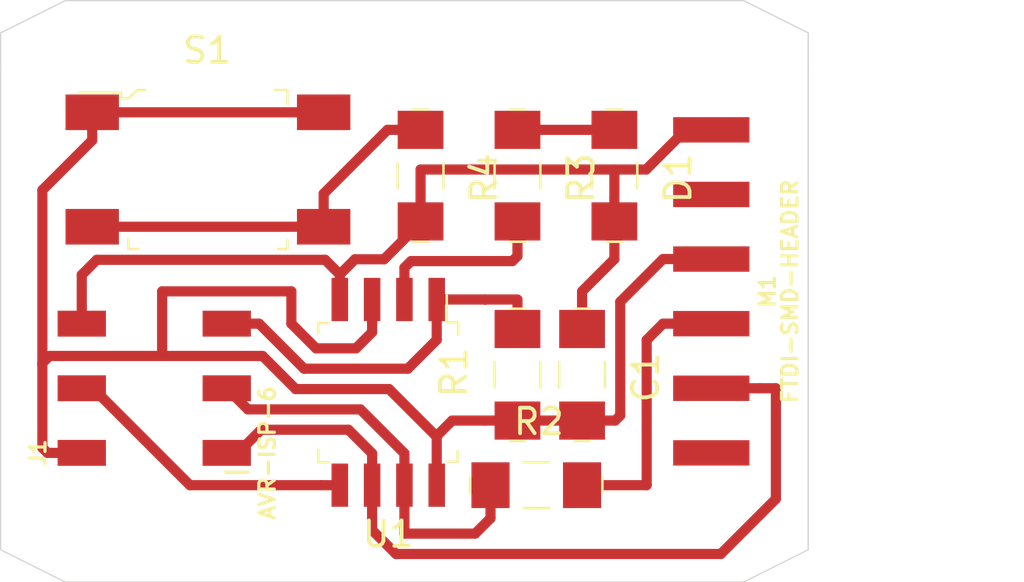
<source format=kicad_pcb>
(kicad_pcb (version 20171130) (host pcbnew "(5.1.5-0-10_14)")

  (general
    (thickness 1.6)
    (drawings 10)
    (tracks 103)
    (zones 0)
    (modules 10)
    (nets 13)
  )

  (page A4)
  (layers
    (0 F.Cu signal)
    (31 B.Cu signal hide)
    (32 B.Adhes user hide)
    (33 F.Adhes user hide)
    (34 B.Paste user hide)
    (35 F.Paste user hide)
    (36 B.SilkS user hide)
    (37 F.SilkS user)
    (38 B.Mask user hide)
    (39 F.Mask user hide)
    (40 Dwgs.User user hide)
    (41 Cmts.User user hide)
    (42 Eco1.User user hide)
    (43 Eco2.User user hide)
    (44 Edge.Cuts user)
    (45 Margin user hide)
    (46 B.CrtYd user hide)
    (47 F.CrtYd user hide)
    (48 B.Fab user hide)
    (49 F.Fab user hide)
  )

  (setup
    (last_trace_width 0.4)
    (user_trace_width 0.4)
    (trace_clearance 0.4)
    (zone_clearance 0.508)
    (zone_45_only no)
    (trace_min 0.2)
    (via_size 0.8)
    (via_drill 0.4)
    (via_min_size 0.4)
    (via_min_drill 0.3)
    (uvia_size 0.3)
    (uvia_drill 0.1)
    (uvias_allowed no)
    (uvia_min_size 0.2)
    (uvia_min_drill 0.1)
    (edge_width 0.05)
    (segment_width 0.2)
    (pcb_text_width 0.3)
    (pcb_text_size 1.5 1.5)
    (mod_edge_width 0.12)
    (mod_text_size 1 1)
    (mod_text_width 0.15)
    (pad_size 1.524 1.524)
    (pad_drill 0.762)
    (pad_to_mask_clearance 0.051)
    (solder_mask_min_width 0.25)
    (aux_axis_origin 0 0)
    (visible_elements FFFFFF7F)
    (pcbplotparams
      (layerselection 0x01000_7fffffff)
      (usegerberextensions false)
      (usegerberattributes false)
      (usegerberadvancedattributes false)
      (creategerberjobfile false)
      (excludeedgelayer true)
      (linewidth 0.100000)
      (plotframeref false)
      (viasonmask false)
      (mode 1)
      (useauxorigin false)
      (hpglpennumber 1)
      (hpglpenspeed 20)
      (hpglpendiameter 15.000000)
      (psnegative false)
      (psa4output false)
      (plotreference true)
      (plotvalue true)
      (plotinvisibletext false)
      (padsonsilk false)
      (subtractmaskfromsilk false)
      (outputformat 5)
      (mirror false)
      (drillshape 0)
      (scaleselection 1)
      (outputdirectory ""))
  )

  (net 0 "")
  (net 1 GND)
  (net 2 VCC)
  (net 3 /MISO-RX)
  (net 4 /SCK)
  (net 5 /MOSI)
  (net 6 /RST)
  (net 7 /TX)
  (net 8 "Net-(M1-Pad1)")
  (net 9 "Net-(M1-Pad5)")
  (net 10 "Net-(D1-Pad1)")
  (net 11 "Net-(R3-Pad2)")
  (net 12 "Net-(R4-Pad1)")

  (net_class Default "This is the default net class."
    (clearance 0.4)
    (trace_width 0.25)
    (via_dia 0.8)
    (via_drill 0.4)
    (uvia_dia 0.3)
    (uvia_drill 0.1)
    (add_net /MISO-RX)
    (add_net /MOSI)
    (add_net /RST)
    (add_net /SCK)
    (add_net /TX)
    (add_net GND)
    (add_net "Net-(D1-Pad1)")
    (add_net "Net-(M1-Pad1)")
    (add_net "Net-(M1-Pad5)")
    (add_net "Net-(R3-Pad2)")
    (add_net "Net-(R4-Pad1)")
    (add_net VCC)
  )

  (module Connectors:6_PIN_SERIAL_TARGET_SIDE_RA_SMT (layer F.Cu) (tedit 200000) (tstamp 5E6242DA)
    (at 223.43872 118.11 90)
    (descr "6 PIN SERIAL TARGET - RIGHT ANGLE  SMT")
    (tags "6 PIN SERIAL TARGET - RIGHT ANGLE  SMT")
    (path /5E62D76F)
    (attr smd)
    (fp_text reference M1 (at 0 -2.794 90) (layer F.SilkS)
      (effects (font (size 0.6096 0.6096) (thickness 0.127)))
    )
    (fp_text value FTDI-SMD-HEADER (at 0 -1.905 90) (layer F.SilkS)
      (effects (font (size 0.6096 0.6096) (thickness 0.127)))
    )
    (fp_line (start 7.62 -1.24968) (end -7.62 -1.24968) (layer Dwgs.User) (width 0.127))
    (fp_line (start -7.62 -1.24968) (end -7.62 1.24968) (layer Dwgs.User) (width 0.127))
    (fp_line (start -7.62 1.24968) (end -6.35 1.24968) (layer Dwgs.User) (width 0.127))
    (fp_line (start -6.35 1.24968) (end -3.81 1.24968) (layer Dwgs.User) (width 0.127))
    (fp_line (start -3.81 1.24968) (end -1.27 1.24968) (layer Dwgs.User) (width 0.127))
    (fp_line (start -1.27 1.24968) (end 1.27 1.24968) (layer Dwgs.User) (width 0.127))
    (fp_line (start 1.27 1.24968) (end 3.81 1.24968) (layer Dwgs.User) (width 0.127))
    (fp_line (start 3.81 1.24968) (end 6.35 1.24968) (layer Dwgs.User) (width 0.127))
    (fp_line (start 6.35 1.24968) (end 7.62 1.24968) (layer Dwgs.User) (width 0.127))
    (fp_line (start 7.62 1.24968) (end 7.62 -1.24968) (layer Dwgs.User) (width 0.127))
    (fp_line (start 6.35 1.24968) (end 6.35 7.24916) (layer Dwgs.User) (width 0.127))
    (fp_line (start 3.81 1.24968) (end 3.81 7.24916) (layer Dwgs.User) (width 0.127))
    (fp_line (start 1.27 1.24968) (end 1.27 7.24916) (layer Dwgs.User) (width 0.127))
    (fp_line (start -1.27 1.24968) (end -1.27 7.24916) (layer Dwgs.User) (width 0.127))
    (fp_line (start -3.81 1.24968) (end -3.81 7.24916) (layer Dwgs.User) (width 0.127))
    (fp_line (start -6.35 1.24968) (end -6.35 7.24916) (layer Dwgs.User) (width 0.127))
    (fp_text user TXO (at -4.2164 -0.2032) (layer Dwgs.User)
      (effects (font (size 0.8128 0.8128) (thickness 0.127)))
    )
    (fp_text user RXI (at -1.6764 -0.2032) (layer Dwgs.User)
      (effects (font (size 0.8128 0.8128) (thickness 0.127)))
    )
    (fp_text user VCC (at 0.8636 0) (layer Dwgs.User)
      (effects (font (size 0.8128 0.8128) (thickness 0.127)))
    )
    (fp_text user DTR (at -6.7564 -0.2032) (layer Dwgs.User)
      (effects (font (size 0.8128 0.8128) (thickness 0.127)))
    )
    (fp_text user GND (at 5.9436 -0.2032) (layer Dwgs.User)
      (effects (font (size 0.8128 0.8128) (thickness 0.127)))
    )
    (fp_text user CTS (at 3.4036 -0.2032) (layer Dwgs.User)
      (effects (font (size 0.8128 0.8128) (thickness 0.127)))
    )
    (fp_text user GRN (at -6.985 2.54) (layer Dwgs.User)
      (effects (font (size 0.8128 0.8128) (thickness 0.127)))
    )
    (fp_text user BLK (at 7.112 2.54) (layer Dwgs.User)
      (effects (font (size 0.8128 0.8128) (thickness 0.127)))
    )
    (pad 1 smd rect (at -6.35 -4.99872 180) (size 2.99974 0.99822) (layers F.Cu F.Paste F.Mask)
      (net 8 "Net-(M1-Pad1)") (solder_mask_margin 0.1016))
    (pad 2 smd rect (at -3.81 -4.99872 180) (size 2.99974 0.99822) (layers F.Cu F.Paste F.Mask)
      (net 3 /MISO-RX) (solder_mask_margin 0.1016))
    (pad 3 smd rect (at -1.27 -4.99872 180) (size 2.99974 0.99822) (layers F.Cu F.Paste F.Mask)
      (net 7 /TX) (solder_mask_margin 0.1016))
    (pad 4 smd rect (at 1.27 -4.99872 180) (size 2.99974 0.99822) (layers F.Cu F.Paste F.Mask)
      (net 2 VCC) (solder_mask_margin 0.1016))
    (pad 5 smd rect (at 3.81 -4.99872 180) (size 2.99974 0.99822) (layers F.Cu F.Paste F.Mask)
      (net 9 "Net-(M1-Pad5)") (solder_mask_margin 0.1016))
    (pad 6 smd rect (at 6.35 -4.99872 180) (size 2.99974 0.99822) (layers F.Cu F.Paste F.Mask)
      (net 1 GND) (solder_mask_margin 0.1016))
    (pad "" np_thru_hole circle (at -5.08 0 90) (size 1.39954 1.39954) (drill 1.39954) (layers *.Cu *.Mask)
      (solder_mask_margin 0.1016))
    (pad "" np_thru_hole circle (at 5.08 0 90) (size 1.39954 1.39954) (drill 1.39954) (layers *.Cu *.Mask)
      (solder_mask_margin 0.1016))
  )

  (module digikey-footprints:1206 (layer F.Cu) (tedit 5D288D46) (tstamp 5E634E6B)
    (at 214.63 113.56 270)
    (descr http://media.digikey.com/pdf/Data%20Sheets/Lite-On%20PDFs/LTST-C230KFKT_5-24-06.pdf)
    (path /5E64ED2B)
    (attr smd)
    (fp_text reference D1 (at 0.1 -2.5 90) (layer F.SilkS)
      (effects (font (size 1 1) (thickness 0.15)))
    )
    (fp_text value LTST-C191TBKT (at 0 2.6 90) (layer F.Fab)
      (effects (font (size 1 1) (thickness 0.15)))
    )
    (fp_line (start 2.6 -0.3) (end 2.6 0.3) (layer F.SilkS) (width 0.1))
    (fp_line (start -2.6 -0.3) (end -2.6 0.3) (layer F.SilkS) (width 0.1))
    (fp_line (start 0 0.9) (end -0.5 0.9) (layer F.SilkS) (width 0.1))
    (fp_line (start 0 0.9) (end 0.5 0.9) (layer F.SilkS) (width 0.1))
    (fp_line (start 0 -0.9) (end -0.5 -0.9) (layer F.SilkS) (width 0.1))
    (fp_line (start 0 -0.9) (end 0.5 -0.9) (layer F.SilkS) (width 0.1))
    (fp_text user %R (at 0 0 90) (layer F.Fab)
      (effects (font (size 1 1) (thickness 0.15)))
    )
    (fp_line (start 2.8 1.15) (end 2.8 -1.15) (layer F.CrtYd) (width 0.05))
    (fp_line (start 2.8 -1.15) (end -2.8 -1.15) (layer F.CrtYd) (width 0.05))
    (fp_line (start -2.8 -1.15) (end -2.8 1.15) (layer F.CrtYd) (width 0.05))
    (fp_line (start -2.8 1.15) (end 2.8 1.15) (layer F.CrtYd) (width 0.05))
    (fp_line (start -1.6 -0.8) (end -1.6 0.8) (layer F.Fab) (width 0.1))
    (fp_line (start 1.6 -0.8) (end 1.6 0.8) (layer F.Fab) (width 0.1))
    (fp_line (start -1.6 -0.8) (end 1.6 -0.8) (layer F.Fab) (width 0.1))
    (fp_line (start -1.6 0.8) (end 1.6 0.8) (layer F.Fab) (width 0.1))
    (pad 1 smd rect (at -1.8 0 270) (size 1.5 1.8) (layers F.Cu F.Paste F.Mask)
      (net 10 "Net-(D1-Pad1)"))
    (pad 2 smd rect (at 1.8 0 270) (size 1.5 1.8) (layers F.Cu F.Paste F.Mask)
      (net 1 GND))
  )

  (module Connectors:2X3_SMD (layer F.Cu) (tedit 200000) (tstamp 5E623205)
    (at 196.54012 121.92 90)
    (descr "SURFACE MOUNT - 2X3")
    (tags "SURFACE MOUNT - 2X3")
    (path /5E62487F)
    (attr smd)
    (fp_text reference J1 (at -2.54 -4.572 90) (layer F.SilkS)
      (effects (font (size 0.6096 0.6096) (thickness 0.127)))
    )
    (fp_text value AVR-ISP-6 (at -2.54 4.445 90) (layer F.SilkS)
      (effects (font (size 0.6096 0.6096) (thickness 0.127)))
    )
    (fp_line (start -0.29972 -2.54762) (end 0.29972 -2.54762) (layer Dwgs.User) (width 0.06604))
    (fp_line (start 0.29972 -2.54762) (end 0.29972 -3.34772) (layer Dwgs.User) (width 0.06604))
    (fp_line (start -0.29972 -3.34772) (end 0.29972 -3.34772) (layer Dwgs.User) (width 0.06604))
    (fp_line (start -0.29972 -2.54762) (end -0.29972 -3.34772) (layer Dwgs.User) (width 0.06604))
    (fp_line (start -2.83972 -2.54762) (end -2.23774 -2.54762) (layer Dwgs.User) (width 0.06604))
    (fp_line (start -2.23774 -2.54762) (end -2.23774 -3.34772) (layer Dwgs.User) (width 0.06604))
    (fp_line (start -2.83972 -3.34772) (end -2.23774 -3.34772) (layer Dwgs.User) (width 0.06604))
    (fp_line (start -2.83972 -2.54762) (end -2.83972 -3.34772) (layer Dwgs.User) (width 0.06604))
    (fp_line (start 2.23774 -2.54762) (end 2.83972 -2.54762) (layer Dwgs.User) (width 0.06604))
    (fp_line (start 2.83972 -2.54762) (end 2.83972 -3.34772) (layer Dwgs.User) (width 0.06604))
    (fp_line (start 2.23774 -3.34772) (end 2.83972 -3.34772) (layer Dwgs.User) (width 0.06604))
    (fp_line (start 2.23774 -2.54762) (end 2.23774 -3.34772) (layer Dwgs.User) (width 0.06604))
    (fp_line (start -2.83972 3.34772) (end -2.23774 3.34772) (layer Dwgs.User) (width 0.06604))
    (fp_line (start -2.23774 3.34772) (end -2.23774 2.54762) (layer Dwgs.User) (width 0.06604))
    (fp_line (start -2.83972 2.54762) (end -2.23774 2.54762) (layer Dwgs.User) (width 0.06604))
    (fp_line (start -2.83972 3.34772) (end -2.83972 2.54762) (layer Dwgs.User) (width 0.06604))
    (fp_line (start -0.29972 3.34772) (end 0.29972 3.34772) (layer Dwgs.User) (width 0.06604))
    (fp_line (start 0.29972 3.34772) (end 0.29972 2.54762) (layer Dwgs.User) (width 0.06604))
    (fp_line (start -0.29972 2.54762) (end 0.29972 2.54762) (layer Dwgs.User) (width 0.06604))
    (fp_line (start -0.29972 3.34772) (end -0.29972 2.54762) (layer Dwgs.User) (width 0.06604))
    (fp_line (start 2.23774 3.34772) (end 2.83972 3.34772) (layer Dwgs.User) (width 0.06604))
    (fp_line (start 2.83972 3.34772) (end 2.83972 2.54762) (layer Dwgs.User) (width 0.06604))
    (fp_line (start 2.23774 2.54762) (end 2.83972 2.54762) (layer Dwgs.User) (width 0.06604))
    (fp_line (start 2.23774 3.34772) (end 2.23774 2.54762) (layer Dwgs.User) (width 0.06604))
    (fp_line (start -3.81 2.49936) (end -3.81 -2.49936) (layer Dwgs.User) (width 0.127))
    (fp_line (start -3.81 -2.49936) (end 3.81 -2.49936) (layer Dwgs.User) (width 0.127))
    (fp_line (start 3.81 -2.49936) (end 3.81 2.49936) (layer Dwgs.User) (width 0.127))
    (fp_line (start 3.81 2.49936) (end -3.81 2.49936) (layer Dwgs.User) (width 0.127))
    (fp_line (start -3.302 3.683) (end -3.302 2.794) (layer F.SilkS) (width 0.127))
    (fp_circle (center 0 -1.27) (end 0 -1.9685) (layer Dwgs.User) (width 0.127))
    (fp_circle (center -2.54 -1.27) (end -2.54 -1.9685) (layer Dwgs.User) (width 0.127))
    (fp_circle (center -2.54 1.27) (end -2.54 0.5715) (layer Dwgs.User) (width 0.127))
    (fp_circle (center 0 1.27) (end 0 0.5715) (layer Dwgs.User) (width 0.127))
    (fp_circle (center 2.54 1.27) (end 2.54 0.5715) (layer Dwgs.User) (width 0.127))
    (fp_circle (center 2.54 -1.27) (end 2.54 -1.9685) (layer Dwgs.User) (width 0.127))
    (pad 1 smd rect (at -2.54 2.84988 90) (size 1.01854 1.89992) (layers F.Cu F.Paste F.Mask)
      (net 3 /MISO-RX) (solder_mask_margin 0.1016))
    (pad 2 smd rect (at -2.54 -2.84988 90) (size 1.01854 1.89992) (layers F.Cu F.Paste F.Mask)
      (net 2 VCC) (solder_mask_margin 0.1016))
    (pad 3 smd rect (at 0 2.84988 90) (size 1.01854 1.89992) (layers F.Cu F.Paste F.Mask)
      (net 4 /SCK) (solder_mask_margin 0.1016))
    (pad 4 smd rect (at 0 -2.84988 90) (size 1.01854 1.89992) (layers F.Cu F.Paste F.Mask)
      (net 5 /MOSI) (solder_mask_margin 0.1016))
    (pad 5 smd rect (at 2.54 2.84988 90) (size 1.01854 1.89992) (layers F.Cu F.Paste F.Mask)
      (net 6 /RST) (solder_mask_margin 0.1016))
    (pad 6 smd rect (at 2.54 -2.84988 90) (size 1.01854 1.89992) (layers F.Cu F.Paste F.Mask)
      (net 1 GND) (solder_mask_margin 0.1016))
  )

  (module digikey-footprints:1206 (layer F.Cu) (tedit 5D288D46) (tstamp 5E639372)
    (at 213.36 121.39 270)
    (descr http://media.digikey.com/pdf/Data%20Sheets/Lite-On%20PDFs/LTST-C230KFKT_5-24-06.pdf)
    (path /5E6255AA)
    (attr smd)
    (fp_text reference C1 (at 0.1 -2.5 90) (layer F.SilkS)
      (effects (font (size 1 1) (thickness 0.15)))
    )
    (fp_text value 1uF (at 0 2.6 90) (layer F.Fab)
      (effects (font (size 1 1) (thickness 0.15)))
    )
    (fp_line (start 2.6 -0.3) (end 2.6 0.3) (layer F.SilkS) (width 0.1))
    (fp_line (start -2.6 -0.3) (end -2.6 0.3) (layer F.SilkS) (width 0.1))
    (fp_line (start 0 0.9) (end -0.5 0.9) (layer F.SilkS) (width 0.1))
    (fp_line (start 0 0.9) (end 0.5 0.9) (layer F.SilkS) (width 0.1))
    (fp_line (start 0 -0.9) (end -0.5 -0.9) (layer F.SilkS) (width 0.1))
    (fp_line (start 0 -0.9) (end 0.5 -0.9) (layer F.SilkS) (width 0.1))
    (fp_text user %R (at 0 0 90) (layer F.Fab)
      (effects (font (size 1 1) (thickness 0.15)))
    )
    (fp_line (start 2.8 1.15) (end 2.8 -1.15) (layer F.CrtYd) (width 0.05))
    (fp_line (start 2.8 -1.15) (end -2.8 -1.15) (layer F.CrtYd) (width 0.05))
    (fp_line (start -2.8 -1.15) (end -2.8 1.15) (layer F.CrtYd) (width 0.05))
    (fp_line (start -2.8 1.15) (end 2.8 1.15) (layer F.CrtYd) (width 0.05))
    (fp_line (start -1.6 -0.8) (end -1.6 0.8) (layer F.Fab) (width 0.1))
    (fp_line (start 1.6 -0.8) (end 1.6 0.8) (layer F.Fab) (width 0.1))
    (fp_line (start -1.6 -0.8) (end 1.6 -0.8) (layer F.Fab) (width 0.1))
    (fp_line (start -1.6 0.8) (end 1.6 0.8) (layer F.Fab) (width 0.1))
    (pad 1 smd rect (at -1.8 0 270) (size 1.5 1.8) (layers F.Cu F.Paste F.Mask)
      (net 1 GND))
    (pad 2 smd rect (at 1.8 0 270) (size 1.5 1.8) (layers F.Cu F.Paste F.Mask)
      (net 2 VCC))
  )

  (module digikey-footprints:Switch_Tactile_SMD_6x6mm (layer F.Cu) (tedit 5D28A6E0) (tstamp 5E639386)
    (at 198.65 113.32)
    (path /5E648826)
    (attr smd)
    (fp_text reference S1 (at -0.03 -4.69) (layer F.SilkS)
      (effects (font (size 1 1) (thickness 0.15)))
    )
    (fp_text value B3F-1000 (at 0 5.08) (layer F.Fab)
      (effects (font (size 1 1) (thickness 0.15)))
    )
    (fp_text user %R (at -0.125 0.125) (layer F.Fab)
      (effects (font (size 1 1) (thickness 0.15)))
    )
    (fp_line (start -5.85 -3.3) (end 5.85 -3.3) (layer F.CrtYd) (width 0.05))
    (fp_line (start -5.85 3.3) (end -5.85 -3.3) (layer F.CrtYd) (width 0.05))
    (fp_line (start 5.85 3.3) (end -5.85 3.3) (layer F.CrtYd) (width 0.05))
    (fp_line (start 5.85 -3.3) (end 5.85 3.3) (layer F.CrtYd) (width 0.05))
    (fp_line (start -2.775 -3.125) (end -2.475 -3.125) (layer F.SilkS) (width 0.1))
    (fp_line (start -2.775 -3.125) (end -3.125 -2.8) (layer F.SilkS) (width 0.1))
    (fp_line (start -3.125 -2.8) (end -3.425 -2.8) (layer F.SilkS) (width 0.1))
    (fp_line (start -3.425 -2.8) (end -3.425 -3.025) (layer F.SilkS) (width 0.1))
    (fp_line (start -3.425 -3.025) (end -5.075 -3.025) (layer F.SilkS) (width 0.1))
    (fp_line (start 3.125 -2.575) (end 3.125 -3.125) (layer F.SilkS) (width 0.1))
    (fp_line (start 3.125 -3.125) (end 2.625 -3.125) (layer F.SilkS) (width 0.1))
    (fp_line (start -2.725 3.125) (end -3.125 3.125) (layer F.SilkS) (width 0.1))
    (fp_line (start -3.125 3.125) (end -3.125 2.725) (layer F.SilkS) (width 0.1))
    (fp_line (start 3.125 2.75) (end 3.125 3.125) (layer F.SilkS) (width 0.1))
    (fp_line (start 3.125 3.125) (end 2.75 3.125) (layer F.SilkS) (width 0.1))
    (fp_line (start -2.7 -3) (end 3 -3) (layer F.Fab) (width 0.1))
    (fp_line (start -3 -2.725) (end -3 3) (layer F.Fab) (width 0.1))
    (fp_line (start -2.7 -3) (end -3 -2.725) (layer F.Fab) (width 0.1))
    (fp_line (start -3 3) (end 3 3) (layer F.Fab) (width 0.1))
    (fp_line (start 3 3) (end 3 -3) (layer F.Fab) (width 0.1))
    (pad 2 smd rect (at 4.55 -2.25 270) (size 1.4 2.1) (layers F.Cu F.Paste F.Mask)
      (net 2 VCC))
    (pad 4 smd rect (at 4.55 2.25 270) (size 1.4 2.1) (layers F.Cu F.Paste F.Mask)
      (net 12 "Net-(R4-Pad1)"))
    (pad 3 smd rect (at -4.55 2.25 270) (size 1.4 2.1) (layers F.Cu F.Paste F.Mask)
      (net 12 "Net-(R4-Pad1)"))
    (pad 1 smd rect (at -4.55 -2.25 270) (size 1.4 2.1) (layers F.Cu F.Paste F.Mask)
      (net 2 VCC))
  )

  (module digikey-footprints:SOIC-8_W5.6mm (layer F.Cu) (tedit 5D28A58E) (tstamp 5E639500)
    (at 205.74 122.08 180)
    (path /5E623984)
    (attr smd)
    (fp_text reference U1 (at 0 -5.58) (layer F.SilkS)
      (effects (font (size 1 1) (thickness 0.15)))
    )
    (fp_text value ATTINY85-20SU (at 0 5.98) (layer F.Fab)
      (effects (font (size 1 1) (thickness 0.15)))
    )
    (fp_line (start 2.88 4.75) (end -2.88 4.75) (layer F.CrtYd) (width 0.05))
    (fp_line (start -2.88 -4.75) (end -2.88 4.75) (layer F.CrtYd) (width 0.05))
    (fp_line (start 2.88 -4.75) (end 2.88 4.75) (layer F.CrtYd) (width 0.05))
    (fp_line (start 2.88 -4.75) (end -2.88 -4.75) (layer F.CrtYd) (width 0.05))
    (fp_line (start -2.75 2.25) (end -2.75 2.75) (layer F.SilkS) (width 0.1))
    (fp_line (start -2.75 2.75) (end -2.3 2.75) (layer F.SilkS) (width 0.1))
    (fp_line (start -2.3 2.75) (end -2.3 3.8) (layer F.SilkS) (width 0.1))
    (fp_line (start 2.75 2.725) (end 2.35 2.725) (layer F.SilkS) (width 0.1))
    (fp_line (start 2.75 2.725) (end 2.75 2.325) (layer F.SilkS) (width 0.1))
    (fp_line (start 2.75 -2.75) (end 2.75 -2.275) (layer F.SilkS) (width 0.1))
    (fp_line (start 2.75 -2.75) (end 2.325 -2.75) (layer F.SilkS) (width 0.1))
    (fp_line (start -2.725 -2.725) (end -2.725 -2.3) (layer F.SilkS) (width 0.1))
    (fp_line (start -2.725 -2.725) (end -2.325 -2.725) (layer F.SilkS) (width 0.1))
    (fp_text user %R (at 0 0) (layer F.Fab)
      (effects (font (size 1 1) (thickness 0.15)))
    )
    (fp_line (start -2.63 -2.625) (end -2.63 2.625) (layer F.Fab) (width 0.1))
    (fp_line (start -2.63 2.625) (end 2.63 2.625) (layer F.Fab) (width 0.1))
    (fp_line (start 2.63 -2.625) (end 2.63 2.625) (layer F.Fab) (width 0.1))
    (fp_line (start -2.63 -2.625) (end 2.63 -2.625) (layer F.Fab) (width 0.1))
    (pad 1 smd rect (at -1.905 3.65 180) (size 0.65 1.7) (layers F.Cu F.Paste F.Mask)
      (net 6 /RST))
    (pad 2 smd rect (at -0.635 3.65 180) (size 0.65 1.7) (layers F.Cu F.Paste F.Mask)
      (net 11 "Net-(R3-Pad2)"))
    (pad 3 smd rect (at 0.635 3.65 180) (size 0.65 1.7) (layers F.Cu F.Paste F.Mask)
      (net 2 VCC))
    (pad 4 smd rect (at 1.905 3.65 180) (size 0.65 1.7) (layers F.Cu F.Paste F.Mask)
      (net 1 GND))
    (pad 5 smd rect (at 1.905 -3.65 180) (size 0.65 1.7) (layers F.Cu F.Paste F.Mask)
      (net 5 /MOSI))
    (pad 6 smd rect (at 0.635 -3.65 180) (size 0.65 1.7) (layers F.Cu F.Paste F.Mask)
      (net 3 /MISO-RX))
    (pad 7 smd rect (at -0.635 -3.65 180) (size 0.65 1.7) (layers F.Cu F.Paste F.Mask)
      (net 4 /SCK))
    (pad 8 smd rect (at -1.905 -3.65 180) (size 0.65 1.7) (layers F.Cu F.Paste F.Mask)
      (net 2 VCC))
  )

  (module digikey-footprints:1206 (layer F.Cu) (tedit 5D288D46) (tstamp 5E639AE4)
    (at 210.82 121.39 90)
    (descr http://media.digikey.com/pdf/Data%20Sheets/Lite-On%20PDFs/LTST-C230KFKT_5-24-06.pdf)
    (path /5E62123D)
    (attr smd)
    (fp_text reference R1 (at 0.1 -2.5 90) (layer F.SilkS)
      (effects (font (size 1 1) (thickness 0.15)))
    )
    (fp_text value 10K (at 0 2.6 90) (layer F.Fab)
      (effects (font (size 1 1) (thickness 0.15)))
    )
    (fp_line (start 2.6 -0.3) (end 2.6 0.3) (layer F.SilkS) (width 0.1))
    (fp_line (start -2.6 -0.3) (end -2.6 0.3) (layer F.SilkS) (width 0.1))
    (fp_line (start 0 0.9) (end -0.5 0.9) (layer F.SilkS) (width 0.1))
    (fp_line (start 0 0.9) (end 0.5 0.9) (layer F.SilkS) (width 0.1))
    (fp_line (start 0 -0.9) (end -0.5 -0.9) (layer F.SilkS) (width 0.1))
    (fp_line (start 0 -0.9) (end 0.5 -0.9) (layer F.SilkS) (width 0.1))
    (fp_text user %R (at 0 0 90) (layer F.Fab)
      (effects (font (size 1 1) (thickness 0.15)))
    )
    (fp_line (start 2.8 1.15) (end 2.8 -1.15) (layer F.CrtYd) (width 0.05))
    (fp_line (start 2.8 -1.15) (end -2.8 -1.15) (layer F.CrtYd) (width 0.05))
    (fp_line (start -2.8 -1.15) (end -2.8 1.15) (layer F.CrtYd) (width 0.05))
    (fp_line (start -2.8 1.15) (end 2.8 1.15) (layer F.CrtYd) (width 0.05))
    (fp_line (start -1.6 -0.8) (end -1.6 0.8) (layer F.Fab) (width 0.1))
    (fp_line (start 1.6 -0.8) (end 1.6 0.8) (layer F.Fab) (width 0.1))
    (fp_line (start -1.6 -0.8) (end 1.6 -0.8) (layer F.Fab) (width 0.1))
    (fp_line (start -1.6 0.8) (end 1.6 0.8) (layer F.Fab) (width 0.1))
    (pad 1 smd rect (at -1.8 0 90) (size 1.5 1.8) (layers F.Cu F.Paste F.Mask)
      (net 2 VCC))
    (pad 2 smd rect (at 1.8 0 90) (size 1.5 1.8) (layers F.Cu F.Paste F.Mask)
      (net 6 /RST))
  )

  (module digikey-footprints:1206 (layer F.Cu) (tedit 5D288D46) (tstamp 5E639AF8)
    (at 211.56 125.73)
    (descr http://media.digikey.com/pdf/Data%20Sheets/Lite-On%20PDFs/LTST-C230KFKT_5-24-06.pdf)
    (path /5E621863)
    (attr smd)
    (fp_text reference R2 (at 0.1 -2.5) (layer F.SilkS)
      (effects (font (size 1 1) (thickness 0.15)))
    )
    (fp_text value 1K (at 0 2.6) (layer F.Fab)
      (effects (font (size 1 1) (thickness 0.15)))
    )
    (fp_line (start -1.6 0.8) (end 1.6 0.8) (layer F.Fab) (width 0.1))
    (fp_line (start -1.6 -0.8) (end 1.6 -0.8) (layer F.Fab) (width 0.1))
    (fp_line (start 1.6 -0.8) (end 1.6 0.8) (layer F.Fab) (width 0.1))
    (fp_line (start -1.6 -0.8) (end -1.6 0.8) (layer F.Fab) (width 0.1))
    (fp_line (start -2.8 1.15) (end 2.8 1.15) (layer F.CrtYd) (width 0.05))
    (fp_line (start -2.8 -1.15) (end -2.8 1.15) (layer F.CrtYd) (width 0.05))
    (fp_line (start 2.8 -1.15) (end -2.8 -1.15) (layer F.CrtYd) (width 0.05))
    (fp_line (start 2.8 1.15) (end 2.8 -1.15) (layer F.CrtYd) (width 0.05))
    (fp_text user %R (at 0 0) (layer F.Fab)
      (effects (font (size 1 1) (thickness 0.15)))
    )
    (fp_line (start 0 -0.9) (end 0.5 -0.9) (layer F.SilkS) (width 0.1))
    (fp_line (start 0 -0.9) (end -0.5 -0.9) (layer F.SilkS) (width 0.1))
    (fp_line (start 0 0.9) (end 0.5 0.9) (layer F.SilkS) (width 0.1))
    (fp_line (start 0 0.9) (end -0.5 0.9) (layer F.SilkS) (width 0.1))
    (fp_line (start -2.6 -0.3) (end -2.6 0.3) (layer F.SilkS) (width 0.1))
    (fp_line (start 2.6 -0.3) (end 2.6 0.3) (layer F.SilkS) (width 0.1))
    (pad 2 smd rect (at 1.8 0) (size 1.5 1.8) (layers F.Cu F.Paste F.Mask)
      (net 7 /TX))
    (pad 1 smd rect (at -1.8 0) (size 1.5 1.8) (layers F.Cu F.Paste F.Mask)
      (net 4 /SCK))
  )

  (module digikey-footprints:1206 (layer F.Cu) (tedit 5D288D46) (tstamp 5E639B0C)
    (at 210.82 113.56 270)
    (descr http://media.digikey.com/pdf/Data%20Sheets/Lite-On%20PDFs/LTST-C230KFKT_5-24-06.pdf)
    (path /5E65720A)
    (attr smd)
    (fp_text reference R3 (at 0.1 -2.5 90) (layer F.SilkS)
      (effects (font (size 1 1) (thickness 0.15)))
    )
    (fp_text value 499 (at 0 2.6 90) (layer F.Fab)
      (effects (font (size 1 1) (thickness 0.15)))
    )
    (fp_line (start 2.6 -0.3) (end 2.6 0.3) (layer F.SilkS) (width 0.1))
    (fp_line (start -2.6 -0.3) (end -2.6 0.3) (layer F.SilkS) (width 0.1))
    (fp_line (start 0 0.9) (end -0.5 0.9) (layer F.SilkS) (width 0.1))
    (fp_line (start 0 0.9) (end 0.5 0.9) (layer F.SilkS) (width 0.1))
    (fp_line (start 0 -0.9) (end -0.5 -0.9) (layer F.SilkS) (width 0.1))
    (fp_line (start 0 -0.9) (end 0.5 -0.9) (layer F.SilkS) (width 0.1))
    (fp_text user %R (at 0 0 90) (layer F.Fab)
      (effects (font (size 1 1) (thickness 0.15)))
    )
    (fp_line (start 2.8 1.15) (end 2.8 -1.15) (layer F.CrtYd) (width 0.05))
    (fp_line (start 2.8 -1.15) (end -2.8 -1.15) (layer F.CrtYd) (width 0.05))
    (fp_line (start -2.8 -1.15) (end -2.8 1.15) (layer F.CrtYd) (width 0.05))
    (fp_line (start -2.8 1.15) (end 2.8 1.15) (layer F.CrtYd) (width 0.05))
    (fp_line (start -1.6 -0.8) (end -1.6 0.8) (layer F.Fab) (width 0.1))
    (fp_line (start 1.6 -0.8) (end 1.6 0.8) (layer F.Fab) (width 0.1))
    (fp_line (start -1.6 -0.8) (end 1.6 -0.8) (layer F.Fab) (width 0.1))
    (fp_line (start -1.6 0.8) (end 1.6 0.8) (layer F.Fab) (width 0.1))
    (pad 1 smd rect (at -1.8 0 270) (size 1.5 1.8) (layers F.Cu F.Paste F.Mask)
      (net 10 "Net-(D1-Pad1)"))
    (pad 2 smd rect (at 1.8 0 270) (size 1.5 1.8) (layers F.Cu F.Paste F.Mask)
      (net 11 "Net-(R3-Pad2)"))
  )

  (module digikey-footprints:1206 (layer F.Cu) (tedit 5D288D46) (tstamp 5E639B20)
    (at 207.01 113.56 270)
    (descr http://media.digikey.com/pdf/Data%20Sheets/Lite-On%20PDFs/LTST-C230KFKT_5-24-06.pdf)
    (path /5E689698)
    (attr smd)
    (fp_text reference R4 (at 0.1 -2.5 90) (layer F.SilkS)
      (effects (font (size 1 1) (thickness 0.15)))
    )
    (fp_text value 10K (at 0 2.6 90) (layer F.Fab)
      (effects (font (size 1 1) (thickness 0.15)))
    )
    (fp_line (start -1.6 0.8) (end 1.6 0.8) (layer F.Fab) (width 0.1))
    (fp_line (start -1.6 -0.8) (end 1.6 -0.8) (layer F.Fab) (width 0.1))
    (fp_line (start 1.6 -0.8) (end 1.6 0.8) (layer F.Fab) (width 0.1))
    (fp_line (start -1.6 -0.8) (end -1.6 0.8) (layer F.Fab) (width 0.1))
    (fp_line (start -2.8 1.15) (end 2.8 1.15) (layer F.CrtYd) (width 0.05))
    (fp_line (start -2.8 -1.15) (end -2.8 1.15) (layer F.CrtYd) (width 0.05))
    (fp_line (start 2.8 -1.15) (end -2.8 -1.15) (layer F.CrtYd) (width 0.05))
    (fp_line (start 2.8 1.15) (end 2.8 -1.15) (layer F.CrtYd) (width 0.05))
    (fp_text user %R (at 0 0 90) (layer F.Fab)
      (effects (font (size 1 1) (thickness 0.15)))
    )
    (fp_line (start 0 -0.9) (end 0.5 -0.9) (layer F.SilkS) (width 0.1))
    (fp_line (start 0 -0.9) (end -0.5 -0.9) (layer F.SilkS) (width 0.1))
    (fp_line (start 0 0.9) (end 0.5 0.9) (layer F.SilkS) (width 0.1))
    (fp_line (start 0 0.9) (end -0.5 0.9) (layer F.SilkS) (width 0.1))
    (fp_line (start -2.6 -0.3) (end -2.6 0.3) (layer F.SilkS) (width 0.1))
    (fp_line (start 2.6 -0.3) (end 2.6 0.3) (layer F.SilkS) (width 0.1))
    (pad 2 smd rect (at 1.8 0 270) (size 1.5 1.8) (layers F.Cu F.Paste F.Mask)
      (net 1 GND))
    (pad 1 smd rect (at -1.8 0 270) (size 1.5 1.8) (layers F.Cu F.Paste F.Mask)
      (net 12 "Net-(R4-Pad1)"))
  )

  (gr_line (start 190.5 107.95) (end 190.5 109.22) (layer Edge.Cuts) (width 0.05) (tstamp 5E63A995))
  (gr_line (start 193.04 106.68) (end 190.5 107.95) (layer Edge.Cuts) (width 0.05))
  (gr_line (start 219.71 106.68) (end 193.04 106.68) (layer Edge.Cuts) (width 0.05))
  (gr_line (start 222.25 107.95) (end 219.71 106.68) (layer Edge.Cuts) (width 0.05))
  (gr_line (start 222.25 109.22) (end 222.25 107.95) (layer Edge.Cuts) (width 0.05))
  (gr_line (start 190.5 128.27) (end 190.5 109.22) (layer Edge.Cuts) (width 0.05))
  (gr_line (start 193.04 129.54) (end 190.5 128.27) (layer Edge.Cuts) (width 0.05))
  (gr_line (start 219.71 129.54) (end 193.04 129.54) (layer Edge.Cuts) (width 0.05))
  (gr_line (start 222.25 128.27) (end 219.71 129.54) (layer Edge.Cuts) (width 0.05))
  (gr_line (start 222.25 109.22) (end 222.25 128.27) (layer Edge.Cuts) (width 0.05))

  (segment (start 214.48 115.57) (end 214.63 115.57) (width 0.4) (layer F.Cu) (net 1))
  (segment (start 204.431372 116.848626) (end 205.57499 116.848626) (width 0.4) (layer F.Cu) (net 1))
  (segment (start 206.853616 115.57) (end 207.01 115.57) (width 0.4) (layer F.Cu) (net 1))
  (segment (start 205.57499 116.848626) (end 206.853616 115.57) (width 0.4) (layer F.Cu) (net 1))
  (segment (start 203.835 118.43) (end 203.835 117.444998) (width 0.4) (layer F.Cu) (net 1))
  (segment (start 214.63 115.57) (end 214.78 115.57) (width 0.4) (layer F.Cu) (net 1))
  (segment (start 213.36 119.59) (end 213.36 118.11) (width 0.4) (layer F.Cu) (net 1))
  (segment (start 213.36 118.11) (end 214.63 116.84) (width 0.4) (layer F.Cu) (net 1))
  (segment (start 214.63 115.57) (end 214.63 116.84) (width 0.4) (layer F.Cu) (net 1))
  (segment (start 193.69024 117.45976) (end 194.279999 116.870001) (width 0.4) (layer F.Cu) (net 1))
  (segment (start 194.279999 116.870001) (end 203.260003 116.870001) (width 0.4) (layer F.Cu) (net 1))
  (segment (start 193.69024 119.38) (end 193.69024 117.45976) (width 0.4) (layer F.Cu) (net 1))
  (segment (start 214.63 114.42) (end 214.63 115.57) (width 0.4) (layer F.Cu) (net 1))
  (segment (start 214.63 113.320001) (end 214.63 114.42) (width 0.4) (layer F.Cu) (net 1))
  (segment (start 207.01 113.320001) (end 214.63 113.320001) (width 0.4) (layer F.Cu) (net 1))
  (segment (start 207.01 115.57) (end 207.01 113.320001) (width 0.4) (layer F.Cu) (net 1))
  (segment (start 217.43924 111.76) (end 218.44 111.76) (width 0.4) (layer F.Cu) (net 1))
  (segment (start 215.879239 113.320001) (end 217.43924 111.76) (width 0.4) (layer F.Cu) (net 1))
  (segment (start 214.63 113.320001) (end 215.879239 113.320001) (width 0.4) (layer F.Cu) (net 1))
  (segment (start 203.835 117.444998) (end 204.431372 116.848626) (width 0.4) (layer F.Cu) (net 1))
  (segment (start 203.260003 116.870001) (end 203.835 117.444998) (width 0.4) (layer F.Cu) (net 1))
  (segment (start 209.55 123.19) (end 213.36 123.19) (width 0.4) (layer F.Cu) (net 2))
  (segment (start 208.25 123.19) (end 209.55 123.19) (width 0.4) (layer F.Cu) (net 2))
  (segment (start 207.645 123.795) (end 208.25 123.19) (width 0.4) (layer F.Cu) (net 2))
  (segment (start 192.34028 124.46) (end 192.140279 124.259999) (width 0.4) (layer F.Cu) (net 2))
  (segment (start 193.69024 124.46) (end 192.34028 124.46) (width 0.4) (layer F.Cu) (net 2))
  (segment (start 207.645 123.825) (end 207.645 123.795) (width 0.4) (layer F.Cu) (net 2))
  (segment (start 207.645 125.73) (end 207.645 123.825) (width 0.4) (layer F.Cu) (net 2))
  (segment (start 203.2 111.07) (end 194.1 111.07) (width 0.4) (layer F.Cu) (net 2))
  (segment (start 194.1 112.17) (end 192.140279 114.129721) (width 0.4) (layer F.Cu) (net 2))
  (segment (start 194.1 111.07) (end 194.1 112.17) (width 0.4) (layer F.Cu) (net 2))
  (segment (start 216.54013 116.84) (end 218.44 116.84) (width 0.4) (layer F.Cu) (net 2))
  (segment (start 214.860001 118.520129) (end 216.54013 116.84) (width 0.4) (layer F.Cu) (net 2))
  (segment (start 214.860001 122.989999) (end 214.860001 118.520129) (width 0.4) (layer F.Cu) (net 2))
  (segment (start 214.66 123.19) (end 214.860001 122.989999) (width 0.4) (layer F.Cu) (net 2))
  (segment (start 213.36 123.19) (end 214.66 123.19) (width 0.4) (layer F.Cu) (net 2))
  (segment (start 192.421008 120.65) (end 196.85 120.65) (width 0.4) (layer F.Cu) (net 2))
  (segment (start 192.140279 120.930729) (end 192.421008 120.65) (width 0.4) (layer F.Cu) (net 2))
  (segment (start 192.140279 121.020279) (end 192.140279 120.930729) (width 0.4) (layer F.Cu) (net 2))
  (segment (start 192.140279 114.129721) (end 192.140279 121.020279) (width 0.4) (layer F.Cu) (net 2))
  (segment (start 192.140279 121.020279) (end 192.140279 124.259999) (width 0.4) (layer F.Cu) (net 2))
  (segment (start 205.77071 121.95071) (end 207.645 123.825) (width 0.4) (layer F.Cu) (net 2))
  (segment (start 202.099326 121.95071) (end 205.77071 121.95071) (width 0.4) (layer F.Cu) (net 2))
  (segment (start 200.798616 120.65) (end 202.099326 121.95071) (width 0.4) (layer F.Cu) (net 2))
  (segment (start 196.85 120.65) (end 200.798616 120.65) (width 0.4) (layer F.Cu) (net 2))
  (segment (start 205.105 119.415002) (end 205.105 118.43) (width 0.4) (layer F.Cu) (net 2))
  (segment (start 196.85 118.11) (end 201.93 118.11) (width 0.4) (layer F.Cu) (net 2))
  (segment (start 201.93 118.11) (end 201.93 119.380768) (width 0.4) (layer F.Cu) (net 2))
  (segment (start 196.85 120.65) (end 196.85 118.11) (width 0.4) (layer F.Cu) (net 2))
  (segment (start 201.930768 119.380768) (end 202.90069 120.35069) (width 0.4) (layer F.Cu) (net 2))
  (segment (start 201.93 119.380768) (end 201.930768 119.380768) (width 0.4) (layer F.Cu) (net 2))
  (segment (start 202.90069 120.35069) (end 204.47 120.35069) (width 0.4) (layer F.Cu) (net 2))
  (segment (start 205.105 119.71569) (end 205.105 118.43) (width 0.4) (layer F.Cu) (net 2))
  (segment (start 204.47 120.35069) (end 205.105 119.71569) (width 0.4) (layer F.Cu) (net 2))
  (segment (start 200.73996 123.55073) (end 204.17573 123.55073) (width 0.4) (layer F.Cu) (net 3))
  (segment (start 205.105 124.48) (end 205.105 125.73) (width 0.4) (layer F.Cu) (net 3))
  (segment (start 204.17573 123.55073) (end 205.105 124.48) (width 0.4) (layer F.Cu) (net 3))
  (segment (start 199.83069 124.46) (end 200.73996 123.55073) (width 0.4) (layer F.Cu) (net 3))
  (segment (start 199.39 124.46) (end 199.83069 124.46) (width 0.4) (layer F.Cu) (net 3))
  (segment (start 206.043626 128.43501) (end 218.813972 128.43501) (width 0.4) (layer F.Cu) (net 3))
  (segment (start 205.105 127.496384) (end 206.043626 128.43501) (width 0.4) (layer F.Cu) (net 3))
  (segment (start 220.33987 121.92) (end 218.44 121.92) (width 0.4) (layer F.Cu) (net 3))
  (segment (start 205.105 125.73) (end 205.105 127.496384) (width 0.4) (layer F.Cu) (net 3))
  (segment (start 218.813972 128.43501) (end 220.98 126.268982) (width 0.4) (layer F.Cu) (net 3))
  (segment (start 220.98 126.268982) (end 220.98 121.92) (width 0.4) (layer F.Cu) (net 3))
  (segment (start 220.98 121.92) (end 220.33987 121.92) (width 0.4) (layer F.Cu) (net 3))
  (segment (start 204.64572 122.75072) (end 200.22072 122.75072) (width 0.4) (layer F.Cu) (net 4))
  (segment (start 200.22072 122.75072) (end 199.39 121.92) (width 0.4) (layer F.Cu) (net 4))
  (segment (start 206.375 124.48) (end 204.64572 122.75072) (width 0.4) (layer F.Cu) (net 4))
  (segment (start 206.375 125.73) (end 206.375 124.48) (width 0.4) (layer F.Cu) (net 4))
  (segment (start 209.76 127.03) (end 209.76 125.73) (width 0.4) (layer F.Cu) (net 4))
  (segment (start 209.155 127.635) (end 209.76 127.03) (width 0.4) (layer F.Cu) (net 4))
  (segment (start 206.375 127.635) (end 209.155 127.635) (width 0.4) (layer F.Cu) (net 4))
  (segment (start 206.375 125.73) (end 206.375 127.635) (width 0.4) (layer F.Cu) (net 4))
  (segment (start 197.94093 125.73) (end 203.11 125.73) (width 0.4) (layer F.Cu) (net 5))
  (segment (start 203.11 125.73) (end 203.835 125.73) (width 0.4) (layer F.Cu) (net 5))
  (segment (start 194.13093 121.92) (end 197.94093 125.73) (width 0.4) (layer F.Cu) (net 5))
  (segment (start 193.69024 121.92) (end 194.13093 121.92) (width 0.4) (layer F.Cu) (net 5))
  (segment (start 207.645 118.43) (end 207.645 118.745) (width 0.4) (layer F.Cu) (net 6))
  (segment (start 209.54 118.43) (end 209.55 118.44) (width 0.4) (layer F.Cu) (net 6))
  (segment (start 207.645 118.43) (end 209.54 118.43) (width 0.4) (layer F.Cu) (net 6))
  (segment (start 210.81 118.43) (end 210.82 118.44) (width 0.4) (layer F.Cu) (net 6))
  (segment (start 210.82 118.44) (end 210.82 119.59) (width 0.4) (layer F.Cu) (net 6))
  (segment (start 209.54 118.43) (end 210.81 118.43) (width 0.4) (layer F.Cu) (net 6))
  (segment (start 206.5093 121.1507) (end 207.645 120.015) (width 0.4) (layer F.Cu) (net 6))
  (segment (start 202.4307 121.1507) (end 206.5093 121.1507) (width 0.4) (layer F.Cu) (net 6))
  (segment (start 200.66 119.38) (end 202.4307 121.1507) (width 0.4) (layer F.Cu) (net 6))
  (segment (start 207.645 120.015) (end 207.645 118.43) (width 0.4) (layer F.Cu) (net 6))
  (segment (start 199.39 119.38) (end 200.66 119.38) (width 0.4) (layer F.Cu) (net 6))
  (segment (start 216.54013 119.38) (end 218.44 119.38) (width 0.4) (layer F.Cu) (net 7))
  (segment (start 215.9 120.02013) (end 216.54013 119.38) (width 0.4) (layer F.Cu) (net 7))
  (segment (start 215.9 125.73) (end 215.9 120.02013) (width 0.4) (layer F.Cu) (net 7))
  (segment (start 213.36 125.73) (end 215.9 125.73) (width 0.4) (layer F.Cu) (net 7))
  (segment (start 210.82 111.76) (end 214.63 111.76) (width 0.4) (layer F.Cu) (net 10))
  (segment (start 210.619999 116.920001) (end 210.82 116.72) (width 0.4) (layer F.Cu) (net 11))
  (segment (start 206.634999 116.920001) (end 210.619999 116.920001) (width 0.4) (layer F.Cu) (net 11))
  (segment (start 210.82 116.72) (end 210.82 115.57) (width 0.4) (layer F.Cu) (net 11))
  (segment (start 206.375 117.18) (end 206.634999 116.920001) (width 0.4) (layer F.Cu) (net 11))
  (segment (start 206.375 118.43) (end 206.375 117.18) (width 0.4) (layer F.Cu) (net 11))
  (segment (start 194.1 115.57) (end 203.2 115.57) (width 0.4) (layer F.Cu) (net 12))
  (segment (start 205.71 111.76) (end 207.01 111.76) (width 0.4) (layer F.Cu) (net 12))
  (segment (start 203.2 114.27) (end 205.71 111.76) (width 0.4) (layer F.Cu) (net 12))
  (segment (start 203.2 115.57) (end 203.2 114.27) (width 0.4) (layer F.Cu) (net 12))

)

</source>
